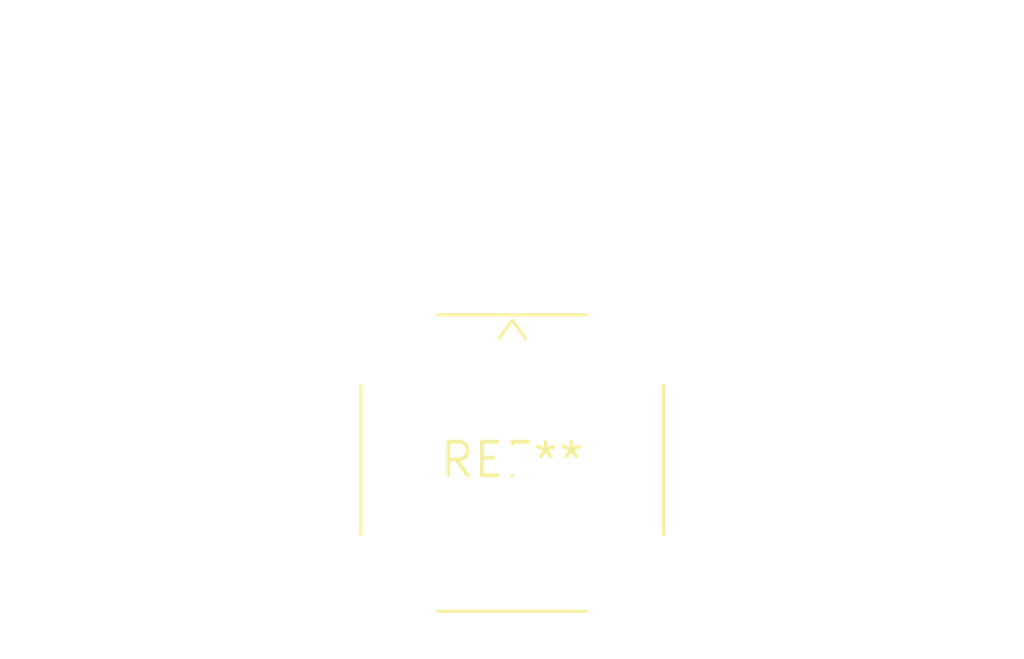
<source format=kicad_pcb>
(kicad_pcb (version 20240108) (generator pcbnew)
  (layers (0 "F.Cu" signal) (31 "B.Cu" signal) (34 "B.Paste" user) (35 "F.Paste" user) (36 "B.SilkS" user "B.Silkscreen") (37 "F.SilkS" user "F.Silkscreen") (38 "B.Mask" user) (39 "F.Mask" user) (44 "Edge.Cuts" user))
  (net 0 "")
  (footprint "BNC_TEConnectivity_1478035_Horizontal" (layer "F.Cu") (at 0 0)
    (property "Reference" "REF**")
    (property "Value" "BNC_TEConnectivity_1478035_Horizontal")
    (fp_line (start -5.73 -2.825) (end -5.73 2.825) (layer "F.SilkS") (stroke (width 0.12)))
    (fp_line (start -2.825 5.73) (end 2.825 5.73) (layer "F.SilkS") (stroke (width 0.12)))
    (fp_line (start 0 -5.3) (end -0.5 -4.6) (layer "F.SilkS") (stroke (width 0.12)))
    (fp_line (start 0 -5.3) (end 0.5 -4.6) (layer "F.SilkS") (stroke (width 0.12)))
    (fp_line (start 2.825 -5.5) (end -2.825 -5.5) (layer "F.SilkS") (stroke (width 0.12)))
    (fp_line (start 5.73 2.825) (end 5.73 -2.825) (layer "F.SilkS") (stroke (width 0.12)))
    (pad "1" thru_hole rect (at 0 0) (size 3.5 3.5) (drill 1.1) (layers *.Cu *.Mask) (remove_unused_layers))
    (pad "2" thru_hole circle (at -5.025 -5.025) (size 4 4) (drill 1.5) (layers *.Cu *.Mask) (remove_unused_layers))
    (pad "2" thru_hole circle (at -5.025 5.025) (size 4 4) (drill 1.5) (layers *.Cu *.Mask) (remove_unused_layers))
    (pad "2" thru_hole circle (at 5.025 -5.025) (size 4 4) (drill 1.5) (layers *.Cu *.Mask) (remove_unused_layers))
    (pad "2" thru_hole circle (at 5.025 5.025) (size 4 4) (drill 1.5) (layers *.Cu *.Mask) (remove_unused_layers))
  )
)
</source>
